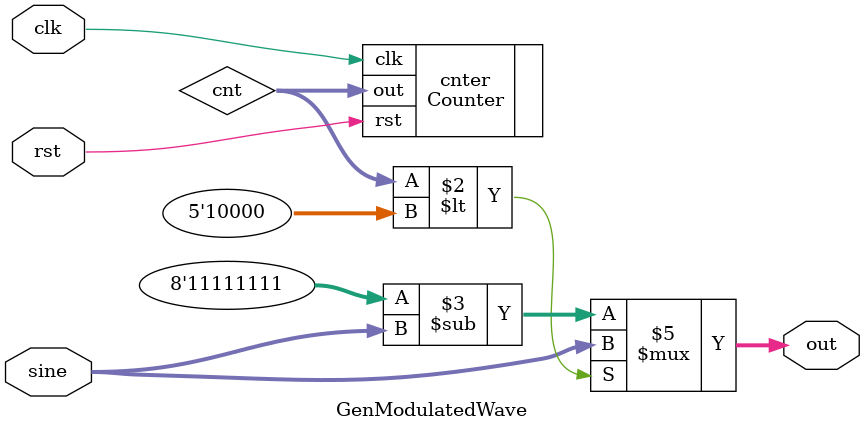
<source format=v>
module GenModulatedWave(
    input [7:0] sine,
    input clk, rst,
    output reg [7:0] out
);
    wire [4:0] cnt;
    Counter #(5) cnter(.clk(clk), .rst(rst), .out(cnt));

    always @(sine, cnt) begin
        if (cnt < 5'd16) out = sine;
        else out = 8'd255 - sine;
    end
endmodule

</source>
